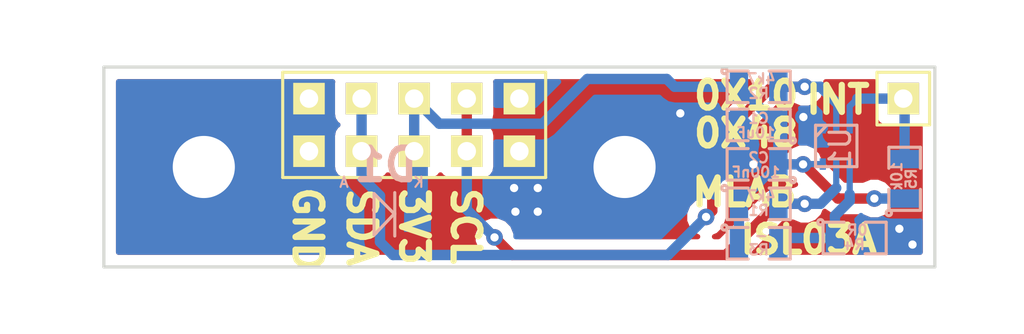
<source format=kicad_pcb>
(kicad_pcb (version 4) (host pcbnew 4.0.1-stable)

  (general
    (links 29)
    (no_connects 0)
    (area 95.9739 95.7199 145.440401 111.848901)
    (thickness 1.6)
    (drawings 13)
    (tracks 97)
    (zones 0)
    (modules 13)
    (nets 7)
  )

  (page A4)
  (layers
    (0 F.Cu signal)
    (31 B.Cu signal)
    (32 B.Adhes user)
    (33 F.Adhes user)
    (34 B.Paste user)
    (35 F.Paste user)
    (36 B.SilkS user)
    (37 F.SilkS user)
    (38 B.Mask user)
    (39 F.Mask user)
    (40 Dwgs.User user)
    (41 Cmts.User user)
    (42 Eco1.User user)
    (43 Eco2.User user)
    (44 Edge.Cuts user)
    (45 Margin user)
    (46 B.CrtYd user)
    (47 F.CrtYd user)
    (48 B.Fab user)
    (49 F.Fab user)
  )

  (setup
    (last_trace_width 0.25)
    (user_trace_width 0.2)
    (user_trace_width 0.3)
    (user_trace_width 0.4)
    (user_trace_width 0.5)
    (user_trace_width 1)
    (trace_clearance 0.2)
    (zone_clearance 0.508)
    (zone_45_only no)
    (trace_min 0.2)
    (segment_width 0.2)
    (edge_width 0.15)
    (via_size 0.8)
    (via_drill 0.4)
    (via_min_size 0.8)
    (via_min_drill 0.4)
    (uvia_size 0.3)
    (uvia_drill 0.1)
    (uvias_allowed no)
    (uvia_min_size 0.2)
    (uvia_min_drill 0.1)
    (pcb_text_width 0.3)
    (pcb_text_size 1.5 1.5)
    (mod_edge_width 0.15)
    (mod_text_size 1 1)
    (mod_text_width 0.15)
    (pad_size 6 6)
    (pad_drill 3)
    (pad_to_mask_clearance 0.12)
    (aux_axis_origin 0 0)
    (visible_elements 7FFFFF7F)
    (pcbplotparams
      (layerselection 0x010e0_80000001)
      (usegerberextensions false)
      (excludeedgelayer true)
      (linewidth 0.500000)
      (plotframeref false)
      (viasonmask false)
      (mode 1)
      (useauxorigin false)
      (hpglpennumber 1)
      (hpglpenspeed 20)
      (hpglpendiameter 15)
      (hpglpenoverlay 2)
      (psnegative false)
      (psa4output false)
      (plotreference true)
      (plotvalue true)
      (plotinvisibletext false)
      (padsonsilk false)
      (subtractmaskfromsilk false)
      (outputformat 1)
      (mirror false)
      (drillshape 0)
      (scaleselection 1)
      (outputdirectory ../CAM_PROFI/))
  )

  (net 0 "")
  (net 1 +3V3)
  (net 2 GND)
  (net 3 /SDA)
  (net 4 /SCL)
  (net 5 "Net-(R3-Pad2)")
  (net 6 /INT)

  (net_class Default "Toto je výchozí třída sítě."
    (clearance 0.2)
    (trace_width 0.25)
    (via_dia 0.8)
    (via_drill 0.4)
    (uvia_dia 0.3)
    (uvia_drill 0.1)
    (add_net +3V3)
    (add_net /INT)
    (add_net /SCL)
    (add_net /SDA)
    (add_net GND)
    (add_net "Net-(R3-Pad2)")
  )

  (module Mlab_R:SMD-0805 (layer B.Cu) (tedit 54799E0C) (tstamp 57349070)
    (at 31.877 -7.112 180)
    (path /573488E5)
    (attr smd)
    (fp_text reference C1 (at 0 0.3175 180) (layer B.SilkS)
      (effects (font (size 0.50038 0.50038) (thickness 0.10922)) (justify mirror))
    )
    (fp_text value 10uF (at 0.127 -0.381 180) (layer B.SilkS)
      (effects (font (size 0.50038 0.50038) (thickness 0.10922)) (justify mirror))
    )
    (fp_circle (center -1.651 -0.762) (end -1.651 -0.635) (layer B.SilkS) (width 0.15))
    (fp_line (start -0.508 -0.762) (end -1.524 -0.762) (layer B.SilkS) (width 0.15))
    (fp_line (start -1.524 -0.762) (end -1.524 0.762) (layer B.SilkS) (width 0.15))
    (fp_line (start -1.524 0.762) (end -0.508 0.762) (layer B.SilkS) (width 0.15))
    (fp_line (start 0.508 0.762) (end 1.524 0.762) (layer B.SilkS) (width 0.15))
    (fp_line (start 1.524 0.762) (end 1.524 -0.762) (layer B.SilkS) (width 0.15))
    (fp_line (start 1.524 -0.762) (end 0.508 -0.762) (layer B.SilkS) (width 0.15))
    (pad 1 smd rect (at -0.9525 0 180) (size 0.889 1.397) (layers B.Cu B.Paste B.Mask)
      (net 1 +3V3))
    (pad 2 smd rect (at 0.9525 0 180) (size 0.889 1.397) (layers B.Cu B.Paste B.Mask)
      (net 2 GND))
    (model MLAB_3D/Resistors/chip_cms.wrl
      (at (xyz 0 0 0))
      (scale (xyz 0.1 0.1 0.1))
      (rotate (xyz 0 0 0))
    )
  )

  (module Mlab_R:SMD-0805 (layer B.Cu) (tedit 54799E0C) (tstamp 5734907D)
    (at 31.877 -5.207 180)
    (path /57348896)
    (attr smd)
    (fp_text reference C2 (at 0 0.3175 180) (layer B.SilkS)
      (effects (font (size 0.50038 0.50038) (thickness 0.10922)) (justify mirror))
    )
    (fp_text value 100nF (at 0.127 -0.381 180) (layer B.SilkS)
      (effects (font (size 0.50038 0.50038) (thickness 0.10922)) (justify mirror))
    )
    (fp_circle (center -1.651 -0.762) (end -1.651 -0.635) (layer B.SilkS) (width 0.15))
    (fp_line (start -0.508 -0.762) (end -1.524 -0.762) (layer B.SilkS) (width 0.15))
    (fp_line (start -1.524 -0.762) (end -1.524 0.762) (layer B.SilkS) (width 0.15))
    (fp_line (start -1.524 0.762) (end -0.508 0.762) (layer B.SilkS) (width 0.15))
    (fp_line (start 0.508 0.762) (end 1.524 0.762) (layer B.SilkS) (width 0.15))
    (fp_line (start 1.524 0.762) (end 1.524 -0.762) (layer B.SilkS) (width 0.15))
    (fp_line (start 1.524 -0.762) (end 0.508 -0.762) (layer B.SilkS) (width 0.15))
    (pad 1 smd rect (at -0.9525 0 180) (size 0.889 1.397) (layers B.Cu B.Paste B.Mask)
      (net 1 +3V3))
    (pad 2 smd rect (at 0.9525 0 180) (size 0.889 1.397) (layers B.Cu B.Paste B.Mask)
      (net 2 GND))
    (model MLAB_3D/Resistors/chip_cms.wrl
      (at (xyz 0 0 0))
      (scale (xyz 0.1 0.1 0.1))
      (rotate (xyz 0 0 0))
    )
  )

  (module Mlab_Mechanical:MountingHole_3mm placed (layer F.Cu) (tedit 5535DB2C) (tstamp 57349090)
    (at 25.4 -5.08)
    (descr "Mounting hole, Befestigungsbohrung, 3mm, No Annular, Kein Restring,")
    (tags "Mounting hole, Befestigungsbohrung, 3mm, No Annular, Kein Restring,")
    (path /5734ABE4)
    (fp_text reference M1 (at 0 -4.191) (layer F.SilkS) hide
      (effects (font (thickness 0.3048)))
    )
    (fp_text value HOLE (at 0 4.191) (layer F.SilkS) hide
      (effects (font (thickness 0.3048)))
    )
    (fp_circle (center 0 0) (end 2.99974 0) (layer Cmts.User) (width 0.381))
    (pad 1 thru_hole circle (at 0 0) (size 6 6) (drill 3) (layers *.Cu *.Adhes *.Mask)
      (net 2 GND) (clearance 1) (zone_connect 2))
  )

  (module Mlab_Mechanical:MountingHole_3mm placed (layer F.Cu) (tedit 5535DB2C) (tstamp 57349096)
    (at 5.08 -5.08)
    (descr "Mounting hole, Befestigungsbohrung, 3mm, No Annular, Kein Restring,")
    (tags "Mounting hole, Befestigungsbohrung, 3mm, No Annular, Kein Restring,")
    (path /5734ACBB)
    (fp_text reference M2 (at 0 -4.191) (layer F.SilkS) hide
      (effects (font (thickness 0.3048)))
    )
    (fp_text value HOLE (at 0 4.191) (layer F.SilkS) hide
      (effects (font (thickness 0.3048)))
    )
    (fp_circle (center 0 0) (end 2.99974 0) (layer Cmts.User) (width 0.381))
    (pad 1 thru_hole circle (at 0 0) (size 6 6) (drill 3) (layers *.Cu *.Adhes *.Mask)
      (net 2 GND) (clearance 1) (zone_connect 2))
  )

  (module Mlab_R:SMD-0805 (layer B.Cu) (tedit 54799E0C) (tstamp 573490A3)
    (at 31.877 -3.302)
    (path /57348903)
    (attr smd)
    (fp_text reference R1 (at 0 0.3175) (layer B.SilkS)
      (effects (font (size 0.50038 0.50038) (thickness 0.10922)) (justify mirror))
    )
    (fp_text value 4k7 (at 0.127 -0.381) (layer B.SilkS)
      (effects (font (size 0.50038 0.50038) (thickness 0.10922)) (justify mirror))
    )
    (fp_circle (center -1.651 -0.762) (end -1.651 -0.635) (layer B.SilkS) (width 0.15))
    (fp_line (start -0.508 -0.762) (end -1.524 -0.762) (layer B.SilkS) (width 0.15))
    (fp_line (start -1.524 -0.762) (end -1.524 0.762) (layer B.SilkS) (width 0.15))
    (fp_line (start -1.524 0.762) (end -0.508 0.762) (layer B.SilkS) (width 0.15))
    (fp_line (start 0.508 0.762) (end 1.524 0.762) (layer B.SilkS) (width 0.15))
    (fp_line (start 1.524 0.762) (end 1.524 -0.762) (layer B.SilkS) (width 0.15))
    (fp_line (start 1.524 -0.762) (end 0.508 -0.762) (layer B.SilkS) (width 0.15))
    (pad 1 smd rect (at -0.9525 0) (size 0.889 1.397) (layers B.Cu B.Paste B.Mask)
      (net 1 +3V3))
    (pad 2 smd rect (at 0.9525 0) (size 0.889 1.397) (layers B.Cu B.Paste B.Mask)
      (net 4 /SCL))
    (model MLAB_3D/Resistors/chip_cms.wrl
      (at (xyz 0 0 0))
      (scale (xyz 0.1 0.1 0.1))
      (rotate (xyz 0 0 0))
    )
  )

  (module Mlab_R:SMD-0805 (layer B.Cu) (tedit 54799E0C) (tstamp 573490B0)
    (at 31.877 -8.9535)
    (path /573489C4)
    (attr smd)
    (fp_text reference R2 (at 0 0.3175) (layer B.SilkS)
      (effects (font (size 0.50038 0.50038) (thickness 0.10922)) (justify mirror))
    )
    (fp_text value 4k7 (at 0.127 -0.381) (layer B.SilkS)
      (effects (font (size 0.50038 0.50038) (thickness 0.10922)) (justify mirror))
    )
    (fp_circle (center -1.651 -0.762) (end -1.651 -0.635) (layer B.SilkS) (width 0.15))
    (fp_line (start -0.508 -0.762) (end -1.524 -0.762) (layer B.SilkS) (width 0.15))
    (fp_line (start -1.524 -0.762) (end -1.524 0.762) (layer B.SilkS) (width 0.15))
    (fp_line (start -1.524 0.762) (end -0.508 0.762) (layer B.SilkS) (width 0.15))
    (fp_line (start 0.508 0.762) (end 1.524 0.762) (layer B.SilkS) (width 0.15))
    (fp_line (start 1.524 0.762) (end 1.524 -0.762) (layer B.SilkS) (width 0.15))
    (fp_line (start 1.524 -0.762) (end 0.508 -0.762) (layer B.SilkS) (width 0.15))
    (pad 1 smd rect (at -0.9525 0) (size 0.889 1.397) (layers B.Cu B.Paste B.Mask)
      (net 1 +3V3))
    (pad 2 smd rect (at 0.9525 0) (size 0.889 1.397) (layers B.Cu B.Paste B.Mask)
      (net 3 /SDA))
    (model MLAB_3D/Resistors/chip_cms.wrl
      (at (xyz 0 0 0))
      (scale (xyz 0.1 0.1 0.1))
      (rotate (xyz 0 0 0))
    )
  )

  (module Mlab_R:SMD-0805 (layer B.Cu) (tedit 54799E0C) (tstamp 573490BD)
    (at 31.877 -1.397)
    (path /57349734)
    (attr smd)
    (fp_text reference R3 (at 0 0.3175) (layer B.SilkS)
      (effects (font (size 0.50038 0.50038) (thickness 0.10922)) (justify mirror))
    )
    (fp_text value - (at 0.127 -0.381) (layer B.SilkS)
      (effects (font (size 0.50038 0.50038) (thickness 0.10922)) (justify mirror))
    )
    (fp_circle (center -1.651 -0.762) (end -1.651 -0.635) (layer B.SilkS) (width 0.15))
    (fp_line (start -0.508 -0.762) (end -1.524 -0.762) (layer B.SilkS) (width 0.15))
    (fp_line (start -1.524 -0.762) (end -1.524 0.762) (layer B.SilkS) (width 0.15))
    (fp_line (start -1.524 0.762) (end -0.508 0.762) (layer B.SilkS) (width 0.15))
    (fp_line (start 0.508 0.762) (end 1.524 0.762) (layer B.SilkS) (width 0.15))
    (fp_line (start 1.524 0.762) (end 1.524 -0.762) (layer B.SilkS) (width 0.15))
    (fp_line (start 1.524 -0.762) (end 0.508 -0.762) (layer B.SilkS) (width 0.15))
    (pad 1 smd rect (at -0.9525 0) (size 0.889 1.397) (layers B.Cu B.Paste B.Mask)
      (net 1 +3V3))
    (pad 2 smd rect (at 0.9525 0) (size 0.889 1.397) (layers B.Cu B.Paste B.Mask)
      (net 5 "Net-(R3-Pad2)"))
    (model MLAB_3D/Resistors/chip_cms.wrl
      (at (xyz 0 0 0))
      (scale (xyz 0.1 0.1 0.1))
      (rotate (xyz 0 0 0))
    )
  )

  (module Mlab_R:SMD-0805 (layer B.Cu) (tedit 54799E0C) (tstamp 573490CA)
    (at 36.5125 -1.651)
    (path /5734985F)
    (attr smd)
    (fp_text reference R4 (at 0 0.3175) (layer B.SilkS)
      (effects (font (size 0.50038 0.50038) (thickness 0.10922)) (justify mirror))
    )
    (fp_text value 0R (at 0.127 -0.381) (layer B.SilkS)
      (effects (font (size 0.50038 0.50038) (thickness 0.10922)) (justify mirror))
    )
    (fp_circle (center -1.651 -0.762) (end -1.651 -0.635) (layer B.SilkS) (width 0.15))
    (fp_line (start -0.508 -0.762) (end -1.524 -0.762) (layer B.SilkS) (width 0.15))
    (fp_line (start -1.524 -0.762) (end -1.524 0.762) (layer B.SilkS) (width 0.15))
    (fp_line (start -1.524 0.762) (end -0.508 0.762) (layer B.SilkS) (width 0.15))
    (fp_line (start 0.508 0.762) (end 1.524 0.762) (layer B.SilkS) (width 0.15))
    (fp_line (start 1.524 0.762) (end 1.524 -0.762) (layer B.SilkS) (width 0.15))
    (fp_line (start 1.524 -0.762) (end 0.508 -0.762) (layer B.SilkS) (width 0.15))
    (pad 1 smd rect (at -0.9525 0) (size 0.889 1.397) (layers B.Cu B.Paste B.Mask)
      (net 5 "Net-(R3-Pad2)"))
    (pad 2 smd rect (at 0.9525 0) (size 0.889 1.397) (layers B.Cu B.Paste B.Mask)
      (net 2 GND))
    (model MLAB_3D/Resistors/chip_cms.wrl
      (at (xyz 0 0 0))
      (scale (xyz 0.1 0.1 0.1))
      (rotate (xyz 0 0 0))
    )
  )

  (module Mlab_R:SMD-0805 (layer B.Cu) (tedit 54799E0C) (tstamp 573490D7)
    (at 38.9255 -4.5085 90)
    (path /573489EB)
    (attr smd)
    (fp_text reference R5 (at 0 0.3175 90) (layer B.SilkS)
      (effects (font (size 0.50038 0.50038) (thickness 0.10922)) (justify mirror))
    )
    (fp_text value 10k (at 0.127 -0.381 90) (layer B.SilkS)
      (effects (font (size 0.50038 0.50038) (thickness 0.10922)) (justify mirror))
    )
    (fp_circle (center -1.651 -0.762) (end -1.651 -0.635) (layer B.SilkS) (width 0.15))
    (fp_line (start -0.508 -0.762) (end -1.524 -0.762) (layer B.SilkS) (width 0.15))
    (fp_line (start -1.524 -0.762) (end -1.524 0.762) (layer B.SilkS) (width 0.15))
    (fp_line (start -1.524 0.762) (end -0.508 0.762) (layer B.SilkS) (width 0.15))
    (fp_line (start 0.508 0.762) (end 1.524 0.762) (layer B.SilkS) (width 0.15))
    (fp_line (start 1.524 0.762) (end 1.524 -0.762) (layer B.SilkS) (width 0.15))
    (fp_line (start 1.524 -0.762) (end 0.508 -0.762) (layer B.SilkS) (width 0.15))
    (pad 1 smd rect (at -0.9525 0 90) (size 0.889 1.397) (layers B.Cu B.Paste B.Mask)
      (net 1 +3V3))
    (pad 2 smd rect (at 0.9525 0 90) (size 0.889 1.397) (layers B.Cu B.Paste B.Mask)
      (net 6 /INT))
    (model MLAB_3D/Resistors/chip_cms.wrl
      (at (xyz 0 0 0))
      (scale (xyz 0.1 0.1 0.1))
      (rotate (xyz 0 0 0))
    )
  )

  (module Mlab_Pin_Headers:Straight_2x05 (layer F.Cu) (tedit 573588E3) (tstamp 57349241)
    (at 15.24 -7.112 90)
    (descr "pin header straight 2x05")
    (tags "pin header straight 2x05")
    (path /573487C3)
    (fp_text reference J1 (at 0 -7.62 90) (layer F.SilkS) hide
      (effects (font (size 1.5 1.5) (thickness 0.15)))
    )
    (fp_text value JUMP_5X2 (at 0 7.62 90) (layer F.SilkS) hide
      (effects (font (size 1.5 1.5) (thickness 0.15)))
    )
    (fp_text user 1 (at -2.921 -5.08 90) (layer F.SilkS) hide
      (effects (font (size 0.5 0.5) (thickness 0.05)))
    )
    (fp_line (start -2.54 -6.35) (end 2.54 -6.35) (layer F.SilkS) (width 0.15))
    (fp_line (start 2.54 -6.35) (end 2.54 6.35) (layer F.SilkS) (width 0.15))
    (fp_line (start 2.54 6.35) (end -2.54 6.35) (layer F.SilkS) (width 0.15))
    (fp_line (start -2.54 6.35) (end -2.54 -6.35) (layer F.SilkS) (width 0.15))
    (pad 1 thru_hole rect (at -1.27 -5.08 90) (size 1.524 1.524) (drill 0.889) (layers *.Cu *.Mask F.SilkS)
      (net 2 GND))
    (pad 2 thru_hole rect (at 1.27 -5.08 90) (size 1.524 1.524) (drill 0.889) (layers *.Cu *.Mask F.SilkS)
      (net 2 GND))
    (pad 3 thru_hole rect (at -1.27 -2.54 90) (size 1.524 1.524) (drill 0.889) (layers *.Cu *.Mask F.SilkS)
      (net 3 /SDA))
    (pad 4 thru_hole rect (at 1.27 -2.54 90) (size 1.524 1.524) (drill 0.889) (layers *.Cu *.Mask F.SilkS)
      (net 3 /SDA))
    (pad 5 thru_hole rect (at -1.27 0 90) (size 1.524 1.524) (drill 0.889) (layers *.Cu *.Mask F.SilkS)
      (net 1 +3V3))
    (pad 6 thru_hole rect (at 1.27 0 90) (size 1.524 1.524) (drill 0.889) (layers *.Cu *.Mask F.SilkS)
      (net 1 +3V3))
    (pad 7 thru_hole rect (at -1.27 2.54 90) (size 1.524 1.524) (drill 0.889) (layers *.Cu *.Mask F.SilkS)
      (net 4 /SCL))
    (pad 8 thru_hole rect (at 1.27 2.54 90) (size 1.524 1.524) (drill 0.889) (layers *.Cu *.Mask F.SilkS)
      (net 4 /SCL))
    (pad 9 thru_hole rect (at -1.27 5.08 90) (size 1.524 1.524) (drill 0.889) (layers *.Cu *.Mask F.SilkS)
      (net 2 GND))
    (pad 10 thru_hole rect (at 1.27 5.08 90) (size 1.524 1.524) (drill 0.889) (layers *.Cu *.Mask F.SilkS)
      (net 2 GND))
    (model Pin_Headers/Pin_Header_Straight_2x05.wrl
      (at (xyz 0 0 0))
      (scale (xyz 1 1 1))
      (rotate (xyz 0 0 90))
    )
  )

  (module Mlab_D:Diode-MiniMELF_Standard (layer B.Cu) (tedit 57590893) (tstamp 5734929B)
    (at 13.6525 -2.794)
    (descr "Diode Mini-MELF Standard")
    (tags "Diode Mini-MELF Standard")
    (path /5734C5AD)
    (attr smd)
    (fp_text reference D1 (at 0.2159 -2.3876) (layer B.SilkS)
      (effects (font (thickness 0.3048)) (justify mirror))
    )
    (fp_text value BZV55C-3,6V (at 0 -3.81) (layer B.SilkS) hide
      (effects (font (thickness 0.3048)) (justify mirror))
    )
    (fp_line (start 0.65024 -0.0508) (end -0.35052 1.00076) (layer B.SilkS) (width 0.15))
    (fp_line (start -0.35052 1.00076) (end -0.35052 -1.00076) (layer B.SilkS) (width 0.15))
    (fp_line (start -0.35052 -1.00076) (end 0.65024 0) (layer B.SilkS) (width 0.15))
    (fp_line (start 0.65024 1.04902) (end 0.65024 -1.04902) (layer B.SilkS) (width 0.15))
    (fp_text user A (at -1.80086 -1.5494) (layer B.SilkS)
      (effects (font (size 0.50038 0.50038) (thickness 0.09906)) (justify mirror))
    )
    (fp_text user K (at 1.80086 -1.5494) (layer B.SilkS)
      (effects (font (size 0.50038 0.50038) (thickness 0.09906)) (justify mirror))
    )
    (fp_circle (center 0 0) (end 0 -0.55118) (layer B.Adhes) (width 0.381))
    (fp_circle (center 0 0) (end 0 -0.20066) (layer B.Adhes) (width 0.381))
    (pad 1 smd rect (at -1.75006 0) (size 1.30048 1.69926) (layers B.Cu B.Paste B.Mask)
      (net 2 GND))
    (pad 2 smd rect (at 1.75006 0) (size 1.30048 1.69926) (layers B.Cu B.Paste B.Mask)
      (net 1 +3V3))
    (model MLAB_3D/Diodes/MiniMELF_DO213AA.wrl
      (at (xyz 0 0 0))
      (scale (xyz 0.3937 0.3937 0.3937))
      (rotate (xyz 0 0 0))
    )
  )

  (module Mlab_Pin_Headers:Straight_1x01 (layer F.Cu) (tedit 56EBDE01) (tstamp 573492A5)
    (at 38.862 -8.382)
    (descr "pin header straight 1x01")
    (tags "pin header straight 1x01")
    (path /5734BE61)
    (fp_text reference J2 (at 0 -2.54) (layer F.SilkS) hide
      (effects (font (size 1.5 1.5) (thickness 0.15)))
    )
    (fp_text value CONN1_1 (at 0 2.54) (layer F.SilkS) hide
      (effects (font (size 1.5 1.5) (thickness 0.15)))
    )
    (fp_text user 1 (at -1.651 0) (layer F.SilkS) hide
      (effects (font (size 0.5 0.5) (thickness 0.05)))
    )
    (fp_line (start -1.27 -1.27) (end 1.27 -1.27) (layer F.SilkS) (width 0.15))
    (fp_line (start 1.27 -1.27) (end 1.27 1.27) (layer F.SilkS) (width 0.15))
    (fp_line (start 1.27 1.27) (end -1.27 1.27) (layer F.SilkS) (width 0.15))
    (fp_line (start -1.27 1.27) (end -1.27 -1.27) (layer F.SilkS) (width 0.15))
    (pad 1 thru_hole rect (at 0 0) (size 1.524 1.524) (drill 0.889) (layers *.Cu *.Mask F.SilkS)
      (net 6 /INT))
    (model Pin_Headers/Pin_Header_Straight_1x01.wrl
      (at (xyz 0 0 0))
      (scale (xyz 1 1 1))
      (rotate (xyz 0 0 90))
    )
  )

  (module Mlab_IO:VEML6030 (layer B.Cu) (tedit 573588C1) (tstamp 573492B4)
    (at 35.6235 -6.096 90)
    (path /57348D17)
    (fp_text reference U1 (at -0.1016 0.1905 90) (layer B.SilkS)
      (effects (font (size 1 1) (thickness 0.15)) (justify mirror))
    )
    (fp_text value VEML6030 (at 0.0889 -2.7305 90) (layer B.Fab) hide
      (effects (font (size 1 1) (thickness 0.15)) (justify mirror))
    )
    (fp_line (start 0.9779 -0.4826) (end 0.4826 -0.9525) (layer B.SilkS) (width 0.15))
    (fp_line (start -1 1) (end 1 1) (layer B.SilkS) (width 0.15))
    (fp_line (start 1 1) (end 1 -1) (layer B.SilkS) (width 0.15))
    (fp_line (start 1 -1) (end -1 -1) (layer B.SilkS) (width 0.15))
    (fp_line (start -1 -1) (end -1 1) (layer B.SilkS) (width 0.15))
    (pad 1 smd trapezoid (at 0.875 -0.65 90) (size 0.55 0.3) (layers B.Cu B.Paste B.Mask)
      (net 2 GND))
    (pad 2 smd trapezoid (at 0.875 0 90) (size 0.55 0.3) (layers B.Cu B.Paste B.Mask)
      (net 3 /SDA))
    (pad 3 smd trapezoid (at 0.875 0.65 90) (size 0.55 0.3) (layers B.Cu B.Paste B.Mask)
      (net 6 /INT))
    (pad 4 smd trapezoid (at -0.875 0.65 90) (size 0.55 0.3) (layers B.Cu B.Paste B.Mask)
      (net 5 "Net-(R3-Pad2)"))
    (pad 5 smd trapezoid (at -0.875 0 90) (size 0.55 0.3) (layers B.Cu B.Paste B.Mask)
      (net 4 /SCL))
    (pad 6 smd trapezoid (at -0.875 -0.65 90) (size 0.55 0.3) (layers B.Cu B.Paste B.Mask)
      (net 1 +3V3))
  )

  (gr_text 0X10 (at 28.6004 -8.5344) (layer F.SilkS)
    (effects (font (size 1.3 1.3) (thickness 0.3)) (justify left))
  )
  (gr_text 0X48 (at 28.6004 -6.7056) (layer F.SilkS)
    (effects (font (size 1.3 1.3) (thickness 0.3)) (justify left))
  )
  (gr_text INT (at 37.3888 -8.3312) (layer F.SilkS)
    (effects (font (size 1.3 1.3) (thickness 0.3)) (justify right))
  )
  (gr_text MLAB (at 31.1912 -3.8608) (layer F.SilkS)
    (effects (font (size 1.3 1.3) (thickness 0.3)))
  )
  (gr_text ISL03A (at 34.29 -1.5748) (layer F.SilkS)
    (effects (font (size 1.3 1.3) (thickness 0.3)))
  )
  (gr_text GND (at 10.0965 -4.2545 270) (layer F.SilkS)
    (effects (font (size 1.3 1.3) (thickness 0.3)) (justify left))
  )
  (gr_text SDA (at 12.7 -4.191 270) (layer F.SilkS)
    (effects (font (size 1.3 1.3) (thickness 0.3)) (justify left))
  )
  (gr_text SCL (at 17.7292 -4.2164 270) (layer F.SilkS)
    (effects (font (size 1.3 1.3) (thickness 0.3)) (justify left))
  )
  (gr_text 3V3 (at 15.24 -4.191 270) (layer F.SilkS)
    (effects (font (size 1.3 1.3) (thickness 0.3)) (justify left))
  )
  (gr_line (start 0.254 -0.254) (end 0.254 -9.906) (angle 90) (layer Edge.Cuts) (width 0.15))
  (gr_line (start 40.386 -0.254) (end 40.386 -9.906) (angle 90) (layer Edge.Cuts) (width 0.15))
  (gr_line (start 0.254 -0.254) (end 40.386 -0.254) (angle 90) (layer Edge.Cuts) (width 0.15))
  (gr_line (start 0.254 -9.906) (end 40.386 -9.906) (angle 90) (layer Edge.Cuts) (width 0.15))

  (segment (start 32.8295 -5.207) (end 34.022 -5.207) (width 0.5) (layer B.Cu) (net 1))
  (via (at 34.022 -5.207) (size 0.8) (drill 0.4) (layers F.Cu B.Cu) (net 1))
  (segment (start 38.9255 -3.556) (end 37.465 -3.556) (width 0.5) (layer B.Cu) (net 1))
  (via (at 37.465 -3.556) (size 0.8) (drill 0.4) (layers F.Cu B.Cu) (net 1))
  (segment (start 34.022 -5.207) (end 34.036 -5.221) (width 0.5) (layer B.Cu) (net 1))
  (segment (start 34.9735 -5.221) (end 34.036 -5.221) (width 0.3) (layer B.Cu) (net 1))
  (segment (start 37.465 -3.556) (end 35.701 -3.556) (width 0.5) (layer F.Cu) (net 1))
  (segment (start 35.701 -3.556) (end 34.036 -5.221) (width 0.5) (layer F.Cu) (net 1))
  (segment (start 15.40256 -2.794) (end 15.40256 -5.67944) (width 1) (layer B.Cu) (net 1))
  (segment (start 15.40256 -5.67944) (end 15.24 -5.842) (width 1) (layer B.Cu) (net 1))
  (segment (start 15.24 -5.842) (end 15.24 -8.382) (width 0.5) (layer B.Cu) (net 1))
  (segment (start 30.9245 -8.9535) (end 27.816502 -8.9535) (width 0.5) (layer B.Cu) (net 1))
  (segment (start 27.440001 -9.330001) (end 23.602003 -9.330001) (width 0.5) (layer B.Cu) (net 1))
  (segment (start 27.816502 -8.9535) (end 27.440001 -9.330001) (width 0.5) (layer B.Cu) (net 1))
  (segment (start 23.602003 -9.330001) (end 21.442001 -7.169999) (width 0.5) (layer B.Cu) (net 1))
  (segment (start 21.442001 -7.169999) (end 16.452001 -7.169999) (width 0.5) (layer B.Cu) (net 1))
  (segment (start 16.452001 -7.169999) (end 15.24 -8.382) (width 0.5) (layer B.Cu) (net 1))
  (segment (start 32.8295 -7.112) (end 32.766 -7.112) (width 0.5) (layer B.Cu) (net 1))
  (segment (start 32.766 -7.112) (end 30.9245 -8.9535) (width 0.5) (layer B.Cu) (net 1))
  (segment (start 30.9245 -3.302) (end 32.8295 -5.207) (width 0.4) (layer B.Cu) (net 1))
  (segment (start 30.9245 -1.397) (end 30.9245 -3.302) (width 0.5) (layer B.Cu) (net 1))
  (segment (start 32.8295 -5.207) (end 32.8295 -7.112) (width 0.5) (layer B.Cu) (net 1))
  (segment (start 32.907 -5.2845) (end 32.8295 -5.207) (width 0.3) (layer B.Cu) (net 1))
  (segment (start 25.4 -5.08) (end 25.5016 -5.08) (width 0.5) (layer F.Cu) (net 2))
  (segment (start 25.5016 -5.08) (end 28.0924 -7.6708) (width 0.5) (layer F.Cu) (net 2))
  (via (at 28.0924 -7.6708) (size 0.8) (drill 0.4) (layers F.Cu B.Cu) (net 2))
  (segment (start 34.9735 -6.971) (end 34.558 -6.971) (width 0.5) (layer B.Cu) (net 2))
  (segment (start 34.558 -6.971) (end 34.036 -7.493) (width 0.5) (layer B.Cu) (net 2))
  (via (at 34.036 -7.493) (size 0.8) (drill 0.4) (layers F.Cu B.Cu) (net 2))
  (segment (start 31.623 -5.207) (end 31.623 -6.2865) (width 0.5) (layer F.Cu) (net 2))
  (segment (start 30.9245 -5.207) (end 31.623 -5.207) (width 0.5) (layer B.Cu) (net 2))
  (via (at 31.623 -5.207) (size 0.8) (drill 0.4) (layers F.Cu B.Cu) (net 2))
  (segment (start 30.9245 -7.112) (end 29.464 -7.112) (width 0.5) (layer B.Cu) (net 2))
  (segment (start 29.464 -7.112) (end 28.829 -7.747) (width 0.5) (layer B.Cu) (net 2))
  (segment (start 21.209 -2.921) (end 20.1295 -2.921) (width 0.5) (layer F.Cu) (net 2))
  (via (at 20.1295 -2.921) (size 0.8) (drill 0.4) (layers F.Cu B.Cu) (net 2))
  (segment (start 21.209 -4.064) (end 21.209 -2.921) (width 0.5) (layer B.Cu) (net 2))
  (via (at 21.209 -2.921) (size 0.8) (drill 0.4) (layers F.Cu B.Cu) (net 2))
  (segment (start 20.066 -4.064) (end 21.209 -4.064) (width 0.5) (layer F.Cu) (net 2))
  (via (at 21.209 -4.064) (size 0.8) (drill 0.4) (layers F.Cu B.Cu) (net 2))
  (segment (start 20.32 -5.842) (end 20.32 -4.318) (width 0.5) (layer B.Cu) (net 2))
  (segment (start 20.32 -4.318) (end 20.066 -4.064) (width 0.5) (layer B.Cu) (net 2))
  (via (at 20.066 -4.064) (size 0.8) (drill 0.4) (layers F.Cu B.Cu) (net 2))
  (segment (start 38.6715 -2.0955) (end 38.6715 -1.9685) (width 0.5) (layer F.Cu) (net 2))
  (segment (start 38.6715 -1.9685) (end 39.3065 -1.3335) (width 0.5) (layer F.Cu) (net 2))
  (via (at 39.3065 -1.3335) (size 0.8) (drill 0.4) (layers F.Cu B.Cu) (net 2))
  (segment (start 37.465 -1.651) (end 38.227 -1.651) (width 0.5) (layer B.Cu) (net 2))
  (segment (start 38.227 -1.651) (end 38.6715 -2.0955) (width 0.5) (layer B.Cu) (net 2))
  (via (at 38.6715 -2.0955) (size 0.8) (drill 0.4) (layers F.Cu B.Cu) (net 2))
  (segment (start 34.9735 -6.971) (end 34.9735 -7) (width 0.5) (layer B.Cu) (net 2))
  (segment (start 20.32 -5.842) (end 20.32 -3.937) (width 0.5) (layer B.Cu) (net 2))
  (segment (start 34.9735 -7) (end 34.3535 -7.62) (width 0.5) (layer B.Cu) (net 2))
  (segment (start 28.8925 -2.2225) (end 29.337 -2.667) (width 0.5) (layer B.Cu) (net 3))
  (via (at 29.337 -2.667) (size 0.8) (drill 0.4) (layers F.Cu B.Cu) (net 3))
  (segment (start 12.7 -5.842) (end 12.7 -4.58) (width 0.5) (layer B.Cu) (net 3))
  (segment (start 13.589 -1.4605) (end 14.219501 -0.829999) (width 0.5) (layer B.Cu) (net 3))
  (segment (start 12.7 -4.58) (end 13.589 -3.691) (width 0.5) (layer B.Cu) (net 3))
  (segment (start 13.589 -3.691) (end 13.589 -1.4605) (width 0.5) (layer B.Cu) (net 3))
  (segment (start 14.219501 -0.829999) (end 27.499999 -0.829999) (width 0.5) (layer B.Cu) (net 3))
  (segment (start 27.499999 -0.829999) (end 28.8925 -2.2225) (width 0.5) (layer B.Cu) (net 3))
  (via (at 34.0995 -8.9535) (size 0.8) (drill 0.4) (layers F.Cu B.Cu) (net 3))
  (segment (start 12.7 -5.842) (end 12.7 -8.382) (width 0.5) (layer B.Cu) (net 3))
  (segment (start 34.8615 -8.9535) (end 34.0995 -8.9535) (width 0.5) (layer B.Cu) (net 3))
  (segment (start 34.0995 -8.9535) (end 32.8295 -8.9535) (width 0.5) (layer B.Cu) (net 3))
  (segment (start 29.636999 -6.078499) (end 32.512 -8.9535) (width 0.5) (layer F.Cu) (net 3))
  (segment (start 32.512 -8.9535) (end 34.0995 -8.9535) (width 0.5) (layer F.Cu) (net 3))
  (segment (start 29.337 -2.667) (end 29.636999 -2.966999) (width 0.5) (layer F.Cu) (net 3))
  (segment (start 29.636999 -2.966999) (end 29.636999 -6.078499) (width 0.5) (layer F.Cu) (net 3))
  (segment (start 35.6235 -8.1915) (end 34.8615 -8.9535) (width 0.5) (layer B.Cu) (net 3))
  (segment (start 35.6235 -6.971) (end 35.6235 -8.1915) (width 0.3) (layer B.Cu) (net 3))
  (segment (start 34.0995 -3.302) (end 32.766 -3.302) (width 0.5) (layer F.Cu) (net 4))
  (segment (start 32.766 -3.302) (end 30.293999 -0.829999) (width 0.5) (layer F.Cu) (net 4))
  (segment (start 30.293999 -0.829999) (end 19.970395 -0.829999) (width 0.5) (layer F.Cu) (net 4))
  (segment (start 19.970395 -0.829999) (end 19.120385 -1.680009) (width 0.5) (layer F.Cu) (net 4))
  (segment (start 17.78 -5.842) (end 17.78 -3.020394) (width 0.5) (layer B.Cu) (net 4))
  (segment (start 17.78 -3.020394) (end 19.120385 -1.680009) (width 0.5) (layer B.Cu) (net 4))
  (via (at 19.120385 -1.680009) (size 0.8) (drill 0.4) (layers F.Cu B.Cu) (net 4))
  (via (at 34.0995 -3.302) (size 0.8) (drill 0.4) (layers F.Cu B.Cu) (net 4))
  (segment (start 34.8615 -3.302) (end 34.0995 -3.302) (width 0.5) (layer B.Cu) (net 4))
  (segment (start 35.6235 -5.221) (end 35.6235 -4.846) (width 0.3) (layer B.Cu) (net 4))
  (segment (start 35.6235 -4.846) (end 35.6235 -4.064) (width 0.3) (layer B.Cu) (net 4))
  (segment (start 35.6235 -4.064) (end 34.8615 -3.302) (width 0.5) (layer B.Cu) (net 4))
  (segment (start 17.78 -5.842) (end 17.78 -8.382) (width 0.5) (layer F.Cu) (net 4))
  (segment (start 34.0995 -3.302) (end 32.8295 -3.302) (width 0.5) (layer B.Cu) (net 4))
  (segment (start 35.56 -1.651) (end 33.0835 -1.651) (width 0.5) (layer B.Cu) (net 5))
  (segment (start 33.0835 -1.651) (end 32.8295 -1.397) (width 0.5) (layer B.Cu) (net 5))
  (segment (start 33.147 -1.7145) (end 32.8295 -1.397) (width 0.5) (layer B.Cu) (net 5))
  (segment (start 35.56 -2.7305) (end 35.56 -1.651) (width 0.5) (layer B.Cu) (net 5))
  (segment (start 36.2735 -3.7615) (end 36.2735 -3.444) (width 0.5) (layer B.Cu) (net 5))
  (segment (start 36.2735 -3.444) (end 35.56 -2.7305) (width 0.5) (layer B.Cu) (net 5))
  (segment (start 36.2735 -5.221) (end 36.2735 -3.7615) (width 0.3) (layer B.Cu) (net 5))
  (segment (start 38.9255 -5.461) (end 38.9255 -8.3185) (width 0.5) (layer B.Cu) (net 6))
  (segment (start 38.9255 -8.3185) (end 38.862 -8.382) (width 0.5) (layer B.Cu) (net 6))
  (segment (start 36.6395 -8.382) (end 38.862 -8.382) (width 0.5) (layer B.Cu) (net 6))
  (segment (start 36.2735 -8.016) (end 36.6395 -8.382) (width 0.3) (layer B.Cu) (net 6))
  (segment (start 36.2735 -7.5715) (end 36.2735 -8.016) (width 0.3) (layer B.Cu) (net 6))
  (segment (start 36.2735 -6.971) (end 36.2735 -7.5715) (width 0.3) (layer B.Cu) (net 6))

  (zone (net 2) (net_name GND) (layer F.Cu) (tstamp 0) (hatch edge 0.508)
    (connect_pads yes (clearance 0.508))
    (min_thickness 0.254)
    (fill yes (arc_segments 16) (thermal_gap 0.508) (thermal_bridge_width 0.508))
    (polygon
      (pts
        (xy 40.3225 -10.7315) (xy -1.778 -10.922) (xy -1.651 1.016) (xy 41.5925 0.889)
      )
    )
    (filled_polygon
      (pts
        (xy 11.29056 -9.144) (xy 11.29056 -7.62) (xy 11.334838 -7.384683) (xy 11.47391 -7.168559) (xy 11.55577 -7.112626)
        (xy 11.486559 -7.06809) (xy 11.341569 -6.85589) (xy 11.29056 -6.604) (xy 11.29056 -5.08) (xy 11.334838 -4.844683)
        (xy 11.47391 -4.628559) (xy 11.68611 -4.483569) (xy 11.938 -4.43256) (xy 13.462 -4.43256) (xy 13.697317 -4.476838)
        (xy 13.913441 -4.61591) (xy 13.969374 -4.69777) (xy 14.01391 -4.628559) (xy 14.22611 -4.483569) (xy 14.478 -4.43256)
        (xy 16.002 -4.43256) (xy 16.237317 -4.476838) (xy 16.453441 -4.61591) (xy 16.509374 -4.69777) (xy 16.55391 -4.628559)
        (xy 16.76611 -4.483569) (xy 17.018 -4.43256) (xy 18.542 -4.43256) (xy 18.777317 -4.476838) (xy 18.993441 -4.61591)
        (xy 19.138431 -4.82811) (xy 19.18944 -5.08) (xy 19.18944 -6.604) (xy 19.145162 -6.839317) (xy 19.00609 -7.055441)
        (xy 18.92423 -7.111374) (xy 18.993441 -7.15591) (xy 19.138431 -7.36811) (xy 19.18944 -7.62) (xy 19.18944 -9.144)
        (xy 19.179656 -9.196) (xy 31.502921 -9.196) (xy 29.011209 -6.704289) (xy 28.819366 -6.417174) (xy 28.819366 -6.417173)
        (xy 28.751998 -6.078499) (xy 28.751999 -6.078494) (xy 28.751999 -3.545154) (xy 28.751485 -3.544942) (xy 28.460081 -3.254046)
        (xy 28.30218 -2.873777) (xy 28.301821 -2.462029) (xy 28.459058 -2.081485) (xy 28.749954 -1.790081) (xy 28.930772 -1.714999)
        (xy 20.336974 -1.714999) (xy 20.147516 -1.904457) (xy 19.998327 -2.265524) (xy 19.707431 -2.556928) (xy 19.327162 -2.714829)
        (xy 18.915414 -2.715188) (xy 18.53487 -2.557951) (xy 18.243466 -2.267055) (xy 18.085565 -1.886786) (xy 18.085206 -1.475038)
        (xy 18.242443 -1.094494) (xy 18.37271 -0.964) (xy 0.964 -0.964) (xy 0.964 -9.196) (xy 11.30109 -9.196)
      )
    )
    (filled_polygon
      (pts
        (xy 37.45256 -9.144) (xy 37.45256 -7.62) (xy 37.496838 -7.384683) (xy 37.63591 -7.168559) (xy 37.84811 -7.023569)
        (xy 38.1 -6.97256) (xy 39.624 -6.97256) (xy 39.676 -6.982344) (xy 39.676 -0.964) (xy 31.67958 -0.964)
        (xy 33.132579 -2.417) (xy 33.531915 -2.417) (xy 33.892723 -2.26718) (xy 34.304471 -2.266821) (xy 34.685015 -2.424058)
        (xy 34.976419 -2.714954) (xy 35.068562 -2.936859) (xy 35.075208 -2.930213) (xy 35.07521 -2.93021) (xy 35.267054 -2.802025)
        (xy 35.362326 -2.738366) (xy 35.701 -2.670999) (xy 35.701005 -2.671) (xy 36.897415 -2.671) (xy 37.258223 -2.52118)
        (xy 37.669971 -2.520821) (xy 38.050515 -2.678058) (xy 38.341919 -2.968954) (xy 38.49982 -3.349223) (xy 38.500179 -3.760971)
        (xy 38.342942 -4.141515) (xy 38.052046 -4.432919) (xy 37.671777 -4.59082) (xy 37.260029 -4.591179) (xy 36.896567 -4.441)
        (xy 36.067579 -4.441) (xy 35.029415 -5.479164) (xy 34.899942 -5.792515) (xy 34.609046 -6.083919) (xy 34.228777 -6.24182)
        (xy 33.817029 -6.242179) (xy 33.436485 -6.084942) (xy 33.145081 -5.794046) (xy 32.98718 -5.413777) (xy 32.986821 -5.002029)
        (xy 33.144058 -4.621485) (xy 33.434954 -4.330081) (xy 33.655606 -4.238458) (xy 33.531067 -4.187) (xy 32.766 -4.187)
        (xy 32.427325 -4.119633) (xy 32.14021 -3.92779) (xy 32.140208 -3.927787) (xy 29.927419 -1.714999) (xy 29.743278 -1.714999)
        (xy 29.922515 -1.789058) (xy 30.213919 -2.079954) (xy 30.37182 -2.460223) (xy 30.371859 -2.504444) (xy 30.454632 -2.628324)
        (xy 30.471864 -2.714954) (xy 30.522 -2.966999) (xy 30.521999 -2.967004) (xy 30.521999 -5.711919) (xy 32.878579 -8.0685)
        (xy 33.531915 -8.0685) (xy 33.892723 -7.91868) (xy 34.304471 -7.918321) (xy 34.685015 -8.075558) (xy 34.976419 -8.366454)
        (xy 35.13432 -8.746723) (xy 35.134679 -9.158471) (xy 35.119172 -9.196) (xy 37.46309 -9.196)
      )
    )
  )
  (zone (net 2) (net_name GND) (layer B.Cu) (tstamp 0) (hatch edge 0.508)
    (connect_pads yes (clearance 0.508))
    (min_thickness 0.254)
    (fill yes (arc_segments 16) (thermal_gap 0.508) (thermal_bridge_width 0.508))
    (polygon
      (pts
        (xy -4.7625 -13.1445) (xy 44.704 -12.954) (xy 43.6245 2.9845) (xy -3.683 2.286)
      )
    )
    (filled_polygon
      (pts
        (xy 11.29056 -9.144) (xy 11.29056 -7.62) (xy 11.334838 -7.384683) (xy 11.47391 -7.168559) (xy 11.55577 -7.112626)
        (xy 11.486559 -7.06809) (xy 11.341569 -6.85589) (xy 11.29056 -6.604) (xy 11.29056 -5.08) (xy 11.334838 -4.844683)
        (xy 11.47391 -4.628559) (xy 11.68611 -4.483569) (xy 11.840396 -4.452325) (xy 11.856049 -4.373633) (xy 11.882367 -4.241325)
        (xy 11.996983 -4.069789) (xy 12.07421 -3.95421) (xy 12.704 -3.324421) (xy 12.704 -1.460505) (xy 12.703999 -1.4605)
        (xy 12.733474 -1.312325) (xy 12.771367 -1.121825) (xy 12.81654 -1.054219) (xy 12.876822 -0.964) (xy 0.964 -0.964)
        (xy 0.964 -9.196) (xy 11.30109 -9.196)
      )
    )
    (filled_polygon
      (pts
        (xy 36.877954 -2.679081) (xy 37.258223 -2.52118) (xy 37.669971 -2.520821) (xy 37.854875 -2.597222) (xy 37.97511 -2.515069)
        (xy 38.227 -2.46406) (xy 39.624 -2.46406) (xy 39.676 -2.473844) (xy 39.676 -0.964) (xy 36.65194 -0.964)
        (xy 36.65194 -2.3495) (xy 36.616884 -2.535805) (xy 36.819108 -2.738029)
      )
    )
    (filled_polygon
      (pts
        (xy 27.19071 -8.327713) (xy 27.190712 -8.32771) (xy 27.477827 -8.135867) (xy 27.524521 -8.126579) (xy 27.816502 -8.068499)
        (xy 27.816507 -8.0685) (xy 29.867652 -8.0685) (xy 29.876838 -8.019683) (xy 30.01591 -7.803559) (xy 30.22811 -7.658569)
        (xy 30.48 -7.60756) (xy 31.01886 -7.60756) (xy 31.73756 -6.888861) (xy 31.73756 -6.4135) (xy 31.781838 -6.178183)
        (xy 31.791993 -6.162401) (xy 31.788569 -6.15739) (xy 31.73756 -5.9055) (xy 31.73756 -5.295928) (xy 31.089572 -4.64794)
        (xy 30.48 -4.64794) (xy 30.244683 -4.603662) (xy 30.028559 -4.46459) (xy 29.883569 -4.25239) (xy 29.83256 -4.0005)
        (xy 29.83256 -3.581907) (xy 29.543777 -3.70182) (xy 29.132029 -3.702179) (xy 28.751485 -3.544942) (xy 28.460081 -3.254046)
        (xy 28.309269 -2.890849) (xy 28.26671 -2.84829) (xy 28.266708 -2.848287) (xy 27.133419 -1.714999) (xy 20.155416 -1.714999)
        (xy 20.155564 -1.88498) (xy 19.998327 -2.265524) (xy 19.707431 -2.556928) (xy 19.344233 -2.707741) (xy 18.665 -3.386974)
        (xy 18.665 -4.455704) (xy 18.777317 -4.476838) (xy 18.993441 -4.61591) (xy 19.138431 -4.82811) (xy 19.18944 -5.08)
        (xy 19.18944 -6.284999) (xy 21.441996 -6.284999) (xy 21.442001 -6.284998) (xy 21.724485 -6.341189) (xy 21.780676 -6.352366)
        (xy 22.067791 -6.544209) (xy 22.067792 -6.54421) (xy 23.968582 -8.445001) (xy 27.073422 -8.445001)
      )
    )
    (filled_polygon
      (pts
        (xy 34.8385 -7.724921) (xy 34.8385 -7.307431) (xy 34.82606 -7.246) (xy 34.82606 -6.696) (xy 34.870338 -6.460683)
        (xy 35.00941 -6.244559) (xy 35.171683 -6.133683) (xy 35.1235 -6.14344) (xy 34.8235 -6.14344) (xy 34.588183 -6.099162)
        (xy 34.581968 -6.095163) (xy 34.228777 -6.24182) (xy 33.886734 -6.242118) (xy 33.92144 -6.4135) (xy 33.92144 -7.8105)
        (xy 33.901086 -7.918673) (xy 34.304471 -7.918321) (xy 34.545506 -8.017914)
      )
    )
    (filled_polygon
      (pts
        (xy 21.075421 -8.054999) (xy 19.18944 -8.054999) (xy 19.18944 -9.144) (xy 19.179656 -9.196) (xy 22.216423 -9.196)
      )
    )
  )
)

</source>
